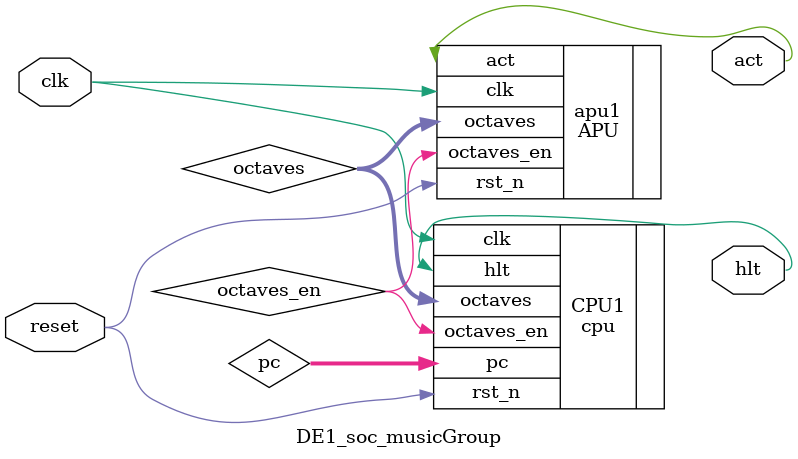
<source format=v>
module DE1_soc_musicGroup(clk, reset, act, hlt);
  input clk, reset;
  
  wire[15:0] pc;
  output hlt;
  output act;
  wire[6:0] octaves;
  wire octaves_en;

  APU apu1(.clk(clk), .rst_n(reset), .octaves(octaves), .octaves_en(octaves_en), .act(act));
  cpu CPU1(.clk(clk), .rst_n(reset), .octaves(octaves), .octaves_en(octaves_en), .pc(pc), .hlt(hlt));
  





endmodule

</source>
